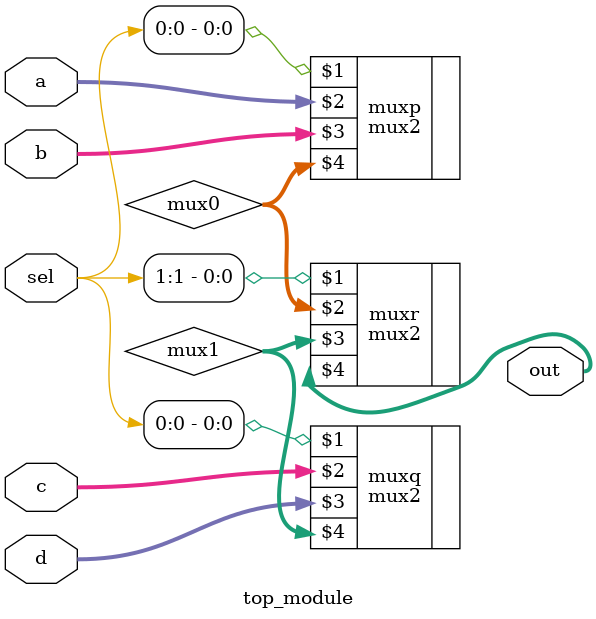
<source format=v>
module top_module (
    input [1:0] sel,
    input [7:0] a,
    input [7:0] b,
    input [7:0] c,
    input [7:0] d,
    output [7:0] out  ); //

    wire [7:0]mux0, mux1;
    mux2 muxp ( sel[0],    a,    b, mux0 );
    mux2 muxq ( sel[0],    c,    d, mux1 );
    mux2 muxr ( sel[1], mux0, mux1,  out );

endmodule

</source>
